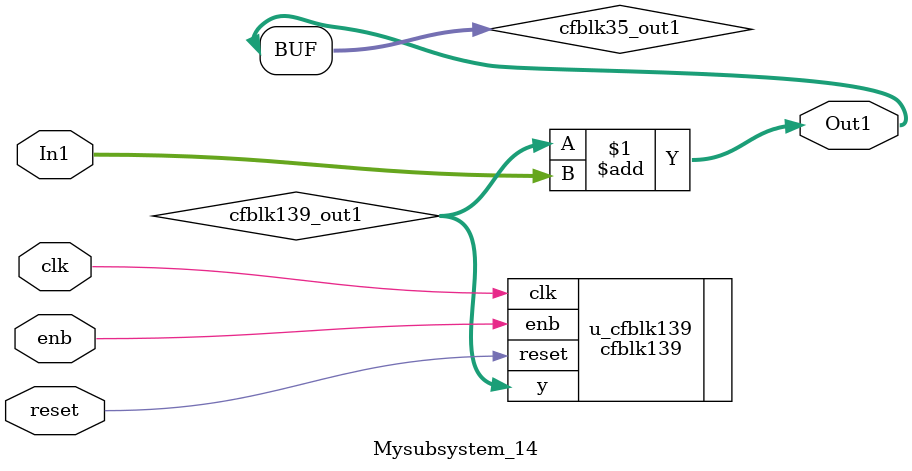
<source format=v>



`timescale 1 ns / 1 ns

module Mysubsystem_14
          (clk,
           reset,
           enb,
           In1,
           Out1);


  input   clk;
  input   reset;
  input   enb;
  input   [7:0] In1;  // uint8
  output  [7:0] Out1;  // uint8


  wire [7:0] cfblk139_out1;  // uint8
  wire [7:0] cfblk35_out1;  // uint8


  cfblk139 u_cfblk139 (.clk(clk),
                       .reset(reset),
                       .enb(enb),
                       .y(cfblk139_out1)  // uint8
                       );

  assign cfblk35_out1 = cfblk139_out1 + In1;



  assign Out1 = cfblk35_out1;

endmodule  // Mysubsystem_14


</source>
